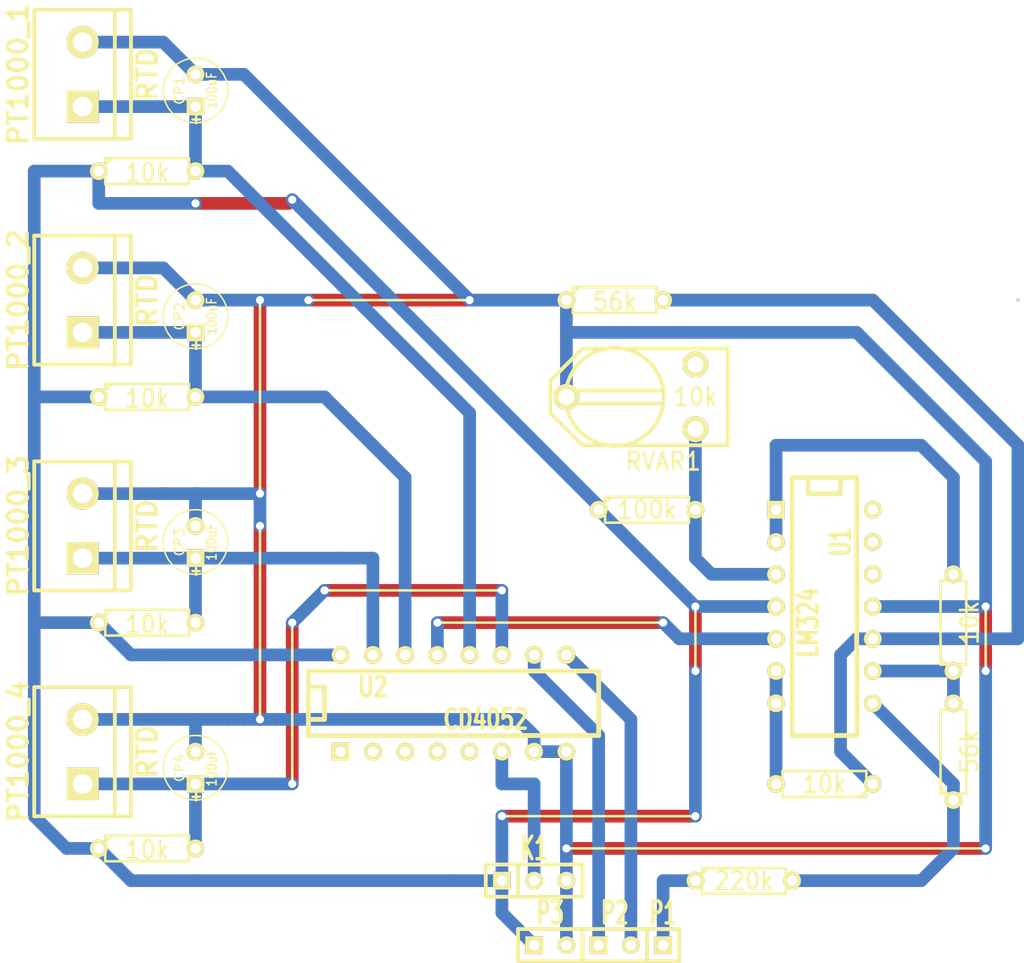
<source format=kicad_pcb>
(kicad_pcb (version 3) (host pcbnew "(2013-may-18)-stable")

  (general
    (links 51)
    (no_connects 0)
    (area 7.62 22.554267 97.790001 102.870001)
    (thickness 1.6)
    (drawings 17)
    (tracks 162)
    (zones 0)
    (modules 25)
    (nets 18)
  )

  (page A4 portrait)
  (layers
    (15 F.Cu signal)
    (0 B.Cu signal)
    (16 B.Adhes user)
    (17 F.Adhes user)
    (18 B.Paste user)
    (19 F.Paste user)
    (20 B.SilkS user)
    (21 F.SilkS user)
    (22 B.Mask user)
    (23 F.Mask user)
    (24 Dwgs.User user)
    (25 Cmts.User user)
    (26 Eco1.User user)
    (27 Eco2.User user)
  )

  (setup
    (last_trace_width 1)
    (trace_clearance 1)
    (zone_clearance 0.508)
    (zone_45_only no)
    (trace_min 0.254)
    (segment_width 0.2)
    (edge_width 0.15)
    (via_size 0.889)
    (via_drill 0.635)
    (via_min_size 0.889)
    (via_min_drill 0.508)
    (uvia_size 0.508)
    (uvia_drill 0.127)
    (uvias_allowed no)
    (uvia_min_size 0.508)
    (uvia_min_drill 0.127)
    (pcb_text_width 0.3)
    (pcb_text_size 1 1)
    (mod_edge_width 0.15)
    (mod_text_size 1 1)
    (mod_text_width 0.15)
    (pad_size 1.524 1.524)
    (pad_drill 1.016)
    (pad_to_mask_clearance 0)
    (aux_axis_origin 12.7 58.42)
    (visible_elements FFFFFFBF)
    (pcbplotparams
      (layerselection 1)
      (usegerberextensions false)
      (excludeedgelayer true)
      (linewidth 0.150000)
      (plotframeref false)
      (viasonmask false)
      (mode 0)
      (useauxorigin false)
      (hpglpennumber 1)
      (hpglpenspeed 20)
      (hpglpendiameter 15)
      (hpglpenoverlay 2)
      (psnegative false)
      (psa4output false)
      (plotreference true)
      (plotvalue true)
      (plotothertext true)
      (plotinvisibletext false)
      (padsonsilk false)
      (subtractmaskfromsilk false)
      (outputformat 2)
      (mirror true)
      (drillshape 2)
      (scaleselection 1)
      (outputdirectory .))
  )

  (net 0 "")
  (net 1 GND)
  (net 2 N-0000010)
  (net 3 N-0000011)
  (net 4 N-0000012)
  (net 5 N-0000013)
  (net 6 N-0000014)
  (net 7 N-0000015)
  (net 8 N-0000021)
  (net 9 N-0000022)
  (net 10 N-000003)
  (net 11 N-000004)
  (net 12 N-000005)
  (net 13 N-000006)
  (net 14 N-000007)
  (net 15 N-000008)
  (net 16 N-000009)
  (net 17 VCC)

  (net_class Default "This is the default net class."
    (clearance 1)
    (trace_width 1)
    (via_dia 0.889)
    (via_drill 0.635)
    (uvia_dia 0.508)
    (uvia_drill 0.127)
    (add_net "")
    (add_net GND)
    (add_net N-0000010)
    (add_net N-0000011)
    (add_net N-0000012)
    (add_net N-0000013)
    (add_net N-0000014)
    (add_net N-0000015)
    (add_net N-0000021)
    (add_net N-0000022)
    (add_net N-000003)
    (add_net N-000004)
    (add_net N-000005)
    (add_net N-000006)
    (add_net N-000007)
    (add_net N-000008)
    (add_net N-000009)
    (add_net VCC)
  )

  (module RV2X4 (layer F.Cu) (tedit 542E3783) (tstamp 542DC64C)
    (at 62.23 55.88 180)
    (descr "Resistance variable / Potentiometre")
    (tags R)
    (path /4C134982)
    (fp_text reference RVAR1 (at -2.54 -5.08 180) (layer F.SilkS)
      (effects (font (size 1.397 1.27) (thickness 0.2032)))
    )
    (fp_text value 10k (at -5.08 0 180) (layer F.SilkS)
      (effects (font (size 1.397 1.27) (thickness 0.2032)))
    )
    (fp_line (start -7.62 -3.81) (end 3.81 -3.81) (layer F.SilkS) (width 0.3048))
    (fp_line (start 3.81 -3.81) (end 6.35 -1.27) (layer F.SilkS) (width 0.3048))
    (fp_line (start 6.35 -1.27) (end 6.35 1.27) (layer F.SilkS) (width 0.3048))
    (fp_line (start 6.35 1.27) (end 3.81 3.81) (layer F.SilkS) (width 0.3048))
    (fp_line (start 3.81 3.81) (end -7.62 3.81) (layer F.SilkS) (width 0.3048))
    (fp_line (start -7.62 3.81) (end -7.62 -3.81) (layer F.SilkS) (width 0.3048))
    (fp_line (start 0.762 -3.81) (end 1.905 -3.81) (layer F.SilkS) (width 0.3048))
    (fp_line (start 1.651 3.81) (end 0.762 3.81) (layer F.SilkS) (width 0.3048))
    (fp_line (start -2.54 -0.508) (end 4.953 -0.508) (layer F.SilkS) (width 0.3048))
    (fp_line (start -2.54 0.508) (end 4.953 0.508) (layer F.SilkS) (width 0.3048))
    (fp_circle (center 1.27 0) (end -2.54 -0.635) (layer F.SilkS) (width 0.3048))
    (pad 1 thru_hole circle (at -5.08 -2.54 180) (size 2.032 2.032) (drill 1.27)
      (layers *.Cu *.Mask F.SilkS)
      (net 5 N-0000013)
    )
    (pad 2 thru_hole circle (at 5.08 0 180) (size 2.032 2.032) (drill 1.27)
      (layers *.Cu *.Mask F.SilkS)
      (net 1 GND)
    )
    (pad 3 thru_hole circle (at -5.08 2.54 180) (size 2.032 2.032) (drill 1.27)
      (layers *.Cu *.Mask F.SilkS)
    )
    (model discret/adjustable_rx2v4.wrl
      (at (xyz 0 0 0))
      (scale (xyz 1 1 1))
      (rotate (xyz 0 0 0))
    )
  )

  (module R3 (layer F.Cu) (tedit 542E931B) (tstamp 542DC65A)
    (at 87.63 73.66 90)
    (descr "Resitance 3 pas")
    (tags R)
    (path /4C036784)
    (autoplace_cost180 10)
    (fp_text reference R6 (at 0 0.127 90) (layer F.SilkS) hide
      (effects (font (size 1.397 1.27) (thickness 0.2032)))
    )
    (fp_text value 10k (at 0 1.27 90) (layer F.SilkS)
      (effects (font (size 1.397 1.27) (thickness 0.2032)))
    )
    (fp_line (start -3.81 0) (end -3.302 0) (layer F.SilkS) (width 0.2032))
    (fp_line (start 3.81 0) (end 3.302 0) (layer F.SilkS) (width 0.2032))
    (fp_line (start 3.302 0) (end 3.302 -1.016) (layer F.SilkS) (width 0.2032))
    (fp_line (start 3.302 -1.016) (end -3.302 -1.016) (layer F.SilkS) (width 0.2032))
    (fp_line (start -3.302 -1.016) (end -3.302 1.016) (layer F.SilkS) (width 0.2032))
    (fp_line (start -3.302 1.016) (end 3.302 1.016) (layer F.SilkS) (width 0.2032))
    (fp_line (start 3.302 1.016) (end 3.302 0) (layer F.SilkS) (width 0.2032))
    (fp_line (start -3.302 -0.508) (end -2.794 -1.016) (layer F.SilkS) (width 0.2032))
    (pad 1 thru_hole circle (at -3.81 0 90) (size 1.397 1.397) (drill 0.8128)
      (layers *.Cu *.Mask F.SilkS)
      (net 13 N-000006)
    )
    (pad 2 thru_hole circle (at 3.81 0 90) (size 1.397 1.397) (drill 0.8128)
      (layers *.Cu *.Mask F.SilkS)
      (net 12 N-000005)
    )
    (model discret/resistor.wrl
      (at (xyz 0 0 0))
      (scale (xyz 0.3 0.3 0.3))
      (rotate (xyz 0 0 0))
    )
  )

  (module R3 (layer F.Cu) (tedit 4E4C0E65) (tstamp 542DC668)
    (at 24.13 91.44)
    (descr "Resitance 3 pas")
    (tags R)
    (path /542D967C)
    (autoplace_cost180 10)
    (fp_text reference R4 (at 0 0.127) (layer F.SilkS) hide
      (effects (font (size 1.397 1.27) (thickness 0.2032)))
    )
    (fp_text value 10k (at 0 0.127) (layer F.SilkS)
      (effects (font (size 1.397 1.27) (thickness 0.2032)))
    )
    (fp_line (start -3.81 0) (end -3.302 0) (layer F.SilkS) (width 0.2032))
    (fp_line (start 3.81 0) (end 3.302 0) (layer F.SilkS) (width 0.2032))
    (fp_line (start 3.302 0) (end 3.302 -1.016) (layer F.SilkS) (width 0.2032))
    (fp_line (start 3.302 -1.016) (end -3.302 -1.016) (layer F.SilkS) (width 0.2032))
    (fp_line (start -3.302 -1.016) (end -3.302 1.016) (layer F.SilkS) (width 0.2032))
    (fp_line (start -3.302 1.016) (end 3.302 1.016) (layer F.SilkS) (width 0.2032))
    (fp_line (start 3.302 1.016) (end 3.302 0) (layer F.SilkS) (width 0.2032))
    (fp_line (start -3.302 -0.508) (end -2.794 -1.016) (layer F.SilkS) (width 0.2032))
    (pad 1 thru_hole circle (at -3.81 0) (size 1.397 1.397) (drill 0.8128)
      (layers *.Cu *.Mask F.SilkS)
      (net 17 VCC)
    )
    (pad 2 thru_hole circle (at 3.81 0) (size 1.397 1.397) (drill 0.8128)
      (layers *.Cu *.Mask F.SilkS)
      (net 11 N-000004)
    )
    (model discret/resistor.wrl
      (at (xyz 0 0 0))
      (scale (xyz 0.3 0.3 0.3))
      (rotate (xyz 0 0 0))
    )
  )

  (module R3 (layer F.Cu) (tedit 4E4C0E65) (tstamp 542DC676)
    (at 24.13 73.66)
    (descr "Resitance 3 pas")
    (tags R)
    (path /542D9653)
    (autoplace_cost180 10)
    (fp_text reference R3 (at 0 0.127) (layer F.SilkS) hide
      (effects (font (size 1.397 1.27) (thickness 0.2032)))
    )
    (fp_text value 10k (at 0 0.127) (layer F.SilkS)
      (effects (font (size 1.397 1.27) (thickness 0.2032)))
    )
    (fp_line (start -3.81 0) (end -3.302 0) (layer F.SilkS) (width 0.2032))
    (fp_line (start 3.81 0) (end 3.302 0) (layer F.SilkS) (width 0.2032))
    (fp_line (start 3.302 0) (end 3.302 -1.016) (layer F.SilkS) (width 0.2032))
    (fp_line (start 3.302 -1.016) (end -3.302 -1.016) (layer F.SilkS) (width 0.2032))
    (fp_line (start -3.302 -1.016) (end -3.302 1.016) (layer F.SilkS) (width 0.2032))
    (fp_line (start -3.302 1.016) (end 3.302 1.016) (layer F.SilkS) (width 0.2032))
    (fp_line (start 3.302 1.016) (end 3.302 0) (layer F.SilkS) (width 0.2032))
    (fp_line (start -3.302 -0.508) (end -2.794 -1.016) (layer F.SilkS) (width 0.2032))
    (pad 1 thru_hole circle (at -3.81 0) (size 1.397 1.397) (drill 0.8128)
      (layers *.Cu *.Mask F.SilkS)
      (net 17 VCC)
    )
    (pad 2 thru_hole circle (at 3.81 0) (size 1.397 1.397) (drill 0.8128)
      (layers *.Cu *.Mask F.SilkS)
      (net 15 N-000008)
    )
    (model discret/resistor.wrl
      (at (xyz 0 0 0))
      (scale (xyz 0.3 0.3 0.3))
      (rotate (xyz 0 0 0))
    )
  )

  (module R3 (layer F.Cu) (tedit 4E4C0E65) (tstamp 542DC684)
    (at 24.13 55.88)
    (descr "Resitance 3 pas")
    (tags R)
    (path /542D962A)
    (autoplace_cost180 10)
    (fp_text reference R2 (at 0 0.127) (layer F.SilkS) hide
      (effects (font (size 1.397 1.27) (thickness 0.2032)))
    )
    (fp_text value 10k (at 0 0.127) (layer F.SilkS)
      (effects (font (size 1.397 1.27) (thickness 0.2032)))
    )
    (fp_line (start -3.81 0) (end -3.302 0) (layer F.SilkS) (width 0.2032))
    (fp_line (start 3.81 0) (end 3.302 0) (layer F.SilkS) (width 0.2032))
    (fp_line (start 3.302 0) (end 3.302 -1.016) (layer F.SilkS) (width 0.2032))
    (fp_line (start 3.302 -1.016) (end -3.302 -1.016) (layer F.SilkS) (width 0.2032))
    (fp_line (start -3.302 -1.016) (end -3.302 1.016) (layer F.SilkS) (width 0.2032))
    (fp_line (start -3.302 1.016) (end 3.302 1.016) (layer F.SilkS) (width 0.2032))
    (fp_line (start 3.302 1.016) (end 3.302 0) (layer F.SilkS) (width 0.2032))
    (fp_line (start -3.302 -0.508) (end -2.794 -1.016) (layer F.SilkS) (width 0.2032))
    (pad 1 thru_hole circle (at -3.81 0) (size 1.397 1.397) (drill 0.8128)
      (layers *.Cu *.Mask F.SilkS)
      (net 17 VCC)
    )
    (pad 2 thru_hole circle (at 3.81 0) (size 1.397 1.397) (drill 0.8128)
      (layers *.Cu *.Mask F.SilkS)
      (net 9 N-0000022)
    )
    (model discret/resistor.wrl
      (at (xyz 0 0 0))
      (scale (xyz 0.3 0.3 0.3))
      (rotate (xyz 0 0 0))
    )
  )

  (module R3 (layer F.Cu) (tedit 542E35E7) (tstamp 542DC692)
    (at 63.5 64.77)
    (descr "Resitance 3 pas")
    (tags R)
    (path /4C036742)
    (autoplace_cost180 10)
    (fp_text reference R5 (at 0 0.127) (layer F.SilkS) hide
      (effects (font (size 1.397 1.27) (thickness 0.2032)))
    )
    (fp_text value 100k (at 0 0) (layer F.SilkS)
      (effects (font (size 1.397 1.27) (thickness 0.2032)))
    )
    (fp_line (start -3.81 0) (end -3.302 0) (layer F.SilkS) (width 0.2032))
    (fp_line (start 3.81 0) (end 3.302 0) (layer F.SilkS) (width 0.2032))
    (fp_line (start 3.302 0) (end 3.302 -1.016) (layer F.SilkS) (width 0.2032))
    (fp_line (start 3.302 -1.016) (end -3.302 -1.016) (layer F.SilkS) (width 0.2032))
    (fp_line (start -3.302 -1.016) (end -3.302 1.016) (layer F.SilkS) (width 0.2032))
    (fp_line (start -3.302 1.016) (end 3.302 1.016) (layer F.SilkS) (width 0.2032))
    (fp_line (start 3.302 1.016) (end 3.302 0) (layer F.SilkS) (width 0.2032))
    (fp_line (start -3.302 -0.508) (end -2.794 -1.016) (layer F.SilkS) (width 0.2032))
    (pad 1 thru_hole circle (at -3.81 0) (size 1.397 1.397) (drill 0.8128)
      (layers *.Cu *.Mask F.SilkS)
      (net 17 VCC)
    )
    (pad 2 thru_hole circle (at 3.81 0) (size 1.397 1.397) (drill 0.8128)
      (layers *.Cu *.Mask F.SilkS)
      (net 5 N-0000013)
    )
    (model discret/resistor.wrl
      (at (xyz 0 0 0))
      (scale (xyz 0.3 0.3 0.3))
      (rotate (xyz 0 0 0))
    )
  )

  (module R3 (layer F.Cu) (tedit 542E9315) (tstamp 542DC6A0)
    (at 87.63 83.82 90)
    (descr "Resitance 3 pas")
    (tags R)
    (path /4C03688D)
    (autoplace_cost180 10)
    (fp_text reference R8 (at 0 0.127 90) (layer F.SilkS) hide
      (effects (font (size 1.397 1.27) (thickness 0.2032)))
    )
    (fp_text value 56k (at 0 1.27 90) (layer F.SilkS)
      (effects (font (size 1.397 1.27) (thickness 0.2032)))
    )
    (fp_line (start -3.81 0) (end -3.302 0) (layer F.SilkS) (width 0.2032))
    (fp_line (start 3.81 0) (end 3.302 0) (layer F.SilkS) (width 0.2032))
    (fp_line (start 3.302 0) (end 3.302 -1.016) (layer F.SilkS) (width 0.2032))
    (fp_line (start 3.302 -1.016) (end -3.302 -1.016) (layer F.SilkS) (width 0.2032))
    (fp_line (start -3.302 -1.016) (end -3.302 1.016) (layer F.SilkS) (width 0.2032))
    (fp_line (start -3.302 1.016) (end 3.302 1.016) (layer F.SilkS) (width 0.2032))
    (fp_line (start 3.302 1.016) (end 3.302 0) (layer F.SilkS) (width 0.2032))
    (fp_line (start -3.302 -0.508) (end -2.794 -1.016) (layer F.SilkS) (width 0.2032))
    (pad 1 thru_hole circle (at -3.81 0 90) (size 1.397 1.397) (drill 0.8128)
      (layers *.Cu *.Mask F.SilkS)
      (net 6 N-0000014)
    )
    (pad 2 thru_hole circle (at 3.81 0 90) (size 1.397 1.397) (drill 0.8128)
      (layers *.Cu *.Mask F.SilkS)
      (net 13 N-000006)
    )
    (model discret/resistor.wrl
      (at (xyz 0 0 0))
      (scale (xyz 0.3 0.3 0.3))
      (rotate (xyz 0 0 0))
    )
  )

  (module R3 (layer F.Cu) (tedit 4E4C0E65) (tstamp 542DC6AE)
    (at 60.96 48.26)
    (descr "Resitance 3 pas")
    (tags R)
    (path /4C0368B2)
    (autoplace_cost180 10)
    (fp_text reference R9 (at 0 0.127) (layer F.SilkS) hide
      (effects (font (size 1.397 1.27) (thickness 0.2032)))
    )
    (fp_text value 56k (at 0 0.127) (layer F.SilkS)
      (effects (font (size 1.397 1.27) (thickness 0.2032)))
    )
    (fp_line (start -3.81 0) (end -3.302 0) (layer F.SilkS) (width 0.2032))
    (fp_line (start 3.81 0) (end 3.302 0) (layer F.SilkS) (width 0.2032))
    (fp_line (start 3.302 0) (end 3.302 -1.016) (layer F.SilkS) (width 0.2032))
    (fp_line (start 3.302 -1.016) (end -3.302 -1.016) (layer F.SilkS) (width 0.2032))
    (fp_line (start -3.302 -1.016) (end -3.302 1.016) (layer F.SilkS) (width 0.2032))
    (fp_line (start -3.302 1.016) (end 3.302 1.016) (layer F.SilkS) (width 0.2032))
    (fp_line (start 3.302 1.016) (end 3.302 0) (layer F.SilkS) (width 0.2032))
    (fp_line (start -3.302 -0.508) (end -2.794 -1.016) (layer F.SilkS) (width 0.2032))
    (pad 1 thru_hole circle (at -3.81 0) (size 1.397 1.397) (drill 0.8128)
      (layers *.Cu *.Mask F.SilkS)
      (net 1 GND)
    )
    (pad 2 thru_hole circle (at 3.81 0) (size 1.397 1.397) (drill 0.8128)
      (layers *.Cu *.Mask F.SilkS)
      (net 8 N-0000021)
    )
    (model discret/resistor.wrl
      (at (xyz 0 0 0))
      (scale (xyz 0.3 0.3 0.3))
      (rotate (xyz 0 0 0))
    )
  )

  (module R3 (layer F.Cu) (tedit 542E9362) (tstamp 542DC6BC)
    (at 77.47 86.36 180)
    (descr "Resitance 3 pas")
    (tags R)
    (path /4C03693E)
    (autoplace_cost180 10)
    (fp_text reference R7 (at 0 0.127 180) (layer F.SilkS) hide
      (effects (font (size 1.397 1.27) (thickness 0.2032)))
    )
    (fp_text value 10k (at 0 0 180) (layer F.SilkS)
      (effects (font (size 1.397 1.27) (thickness 0.2032)))
    )
    (fp_line (start -3.81 0) (end -3.302 0) (layer F.SilkS) (width 0.2032))
    (fp_line (start 3.81 0) (end 3.302 0) (layer F.SilkS) (width 0.2032))
    (fp_line (start 3.302 0) (end 3.302 -1.016) (layer F.SilkS) (width 0.2032))
    (fp_line (start 3.302 -1.016) (end -3.302 -1.016) (layer F.SilkS) (width 0.2032))
    (fp_line (start -3.302 -1.016) (end -3.302 1.016) (layer F.SilkS) (width 0.2032))
    (fp_line (start -3.302 1.016) (end 3.302 1.016) (layer F.SilkS) (width 0.2032))
    (fp_line (start 3.302 1.016) (end 3.302 0) (layer F.SilkS) (width 0.2032))
    (fp_line (start -3.302 -0.508) (end -2.794 -1.016) (layer F.SilkS) (width 0.2032))
    (pad 1 thru_hole circle (at -3.81 0 180) (size 1.397 1.397) (drill 0.8128)
      (layers *.Cu *.Mask F.SilkS)
      (net 8 N-0000021)
    )
    (pad 2 thru_hole circle (at 3.81 0 180) (size 1.397 1.397) (drill 0.8128)
      (layers *.Cu *.Mask F.SilkS)
      (net 14 N-000007)
    )
    (model discret/resistor.wrl
      (at (xyz 0 0 0))
      (scale (xyz 0.3 0.3 0.3))
      (rotate (xyz 0 0 0))
    )
  )

  (module R3 (layer F.Cu) (tedit 542EAEDA) (tstamp 542DC6CA)
    (at 71.12 93.98)
    (descr "Resitance 3 pas")
    (tags R)
    (path /4C1348E2)
    (autoplace_cost180 10)
    (fp_text reference R10 (at 0 0.127) (layer F.SilkS) hide
      (effects (font (size 1.397 1.27) (thickness 0.2032)))
    )
    (fp_text value 220k (at 0 0) (layer F.SilkS)
      (effects (font (size 1.397 1.27) (thickness 0.2032)))
    )
    (fp_line (start -3.81 0) (end -3.302 0) (layer F.SilkS) (width 0.2032))
    (fp_line (start 3.81 0) (end 3.302 0) (layer F.SilkS) (width 0.2032))
    (fp_line (start 3.302 0) (end 3.302 -1.016) (layer F.SilkS) (width 0.2032))
    (fp_line (start 3.302 -1.016) (end -3.302 -1.016) (layer F.SilkS) (width 0.2032))
    (fp_line (start -3.302 -1.016) (end -3.302 1.016) (layer F.SilkS) (width 0.2032))
    (fp_line (start -3.302 1.016) (end 3.302 1.016) (layer F.SilkS) (width 0.2032))
    (fp_line (start 3.302 1.016) (end 3.302 0) (layer F.SilkS) (width 0.2032))
    (fp_line (start -3.302 -0.508) (end -2.794 -1.016) (layer F.SilkS) (width 0.2032))
    (pad 1 thru_hole circle (at -3.81 0) (size 1.397 1.397) (drill 0.8128)
      (layers *.Cu *.Mask F.SilkS)
      (net 4 N-0000012)
    )
    (pad 2 thru_hole circle (at 3.81 0) (size 1.397 1.397) (drill 0.8128)
      (layers *.Cu *.Mask F.SilkS)
      (net 6 N-0000014)
    )
    (model discret/resistor.wrl
      (at (xyz 0 0 0))
      (scale (xyz 0.3 0.3 0.3))
      (rotate (xyz 0 0 0))
    )
  )

  (module R3 (layer F.Cu) (tedit 4E4C0E65) (tstamp 542DC6D8)
    (at 24.13 38.1)
    (descr "Resitance 3 pas")
    (tags R)
    (path /4C037314)
    (autoplace_cost180 10)
    (fp_text reference R1 (at 0 0.127) (layer F.SilkS) hide
      (effects (font (size 1.397 1.27) (thickness 0.2032)))
    )
    (fp_text value 10k (at 0 0.127) (layer F.SilkS)
      (effects (font (size 1.397 1.27) (thickness 0.2032)))
    )
    (fp_line (start -3.81 0) (end -3.302 0) (layer F.SilkS) (width 0.2032))
    (fp_line (start 3.81 0) (end 3.302 0) (layer F.SilkS) (width 0.2032))
    (fp_line (start 3.302 0) (end 3.302 -1.016) (layer F.SilkS) (width 0.2032))
    (fp_line (start 3.302 -1.016) (end -3.302 -1.016) (layer F.SilkS) (width 0.2032))
    (fp_line (start -3.302 -1.016) (end -3.302 1.016) (layer F.SilkS) (width 0.2032))
    (fp_line (start -3.302 1.016) (end 3.302 1.016) (layer F.SilkS) (width 0.2032))
    (fp_line (start 3.302 1.016) (end 3.302 0) (layer F.SilkS) (width 0.2032))
    (fp_line (start -3.302 -0.508) (end -2.794 -1.016) (layer F.SilkS) (width 0.2032))
    (pad 1 thru_hole circle (at -3.81 0) (size 1.397 1.397) (drill 0.8128)
      (layers *.Cu *.Mask F.SilkS)
      (net 17 VCC)
    )
    (pad 2 thru_hole circle (at 3.81 0) (size 1.397 1.397) (drill 0.8128)
      (layers *.Cu *.Mask F.SilkS)
      (net 7 N-0000015)
    )
    (model discret/resistor.wrl
      (at (xyz 0 0 0))
      (scale (xyz 0.3 0.3 0.3))
      (rotate (xyz 0 0 0))
    )
  )

  (module DIP-16__300 (layer F.Cu) (tedit 200000) (tstamp 542DC6F4)
    (at 48.26 80.01)
    (descr "16 pins DIL package, round pads")
    (tags DIL)
    (path /4C036E4D)
    (fp_text reference U2 (at -6.35 -1.27) (layer F.SilkS)
      (effects (font (size 1.524 1.143) (thickness 0.3048)))
    )
    (fp_text value CD4052 (at 2.54 1.27) (layer F.SilkS)
      (effects (font (size 1.524 1.143) (thickness 0.3048)))
    )
    (fp_line (start -11.43 -1.27) (end -11.43 -1.27) (layer F.SilkS) (width 0.381))
    (fp_line (start -11.43 -1.27) (end -10.16 -1.27) (layer F.SilkS) (width 0.381))
    (fp_line (start -10.16 -1.27) (end -10.16 1.27) (layer F.SilkS) (width 0.381))
    (fp_line (start -10.16 1.27) (end -11.43 1.27) (layer F.SilkS) (width 0.381))
    (fp_line (start -11.43 -2.54) (end 11.43 -2.54) (layer F.SilkS) (width 0.381))
    (fp_line (start 11.43 -2.54) (end 11.43 2.54) (layer F.SilkS) (width 0.381))
    (fp_line (start 11.43 2.54) (end -11.43 2.54) (layer F.SilkS) (width 0.381))
    (fp_line (start -11.43 2.54) (end -11.43 -2.54) (layer F.SilkS) (width 0.381))
    (pad 1 thru_hole rect (at -8.89 3.81) (size 1.397 1.397) (drill 0.8128)
      (layers *.Cu *.Mask F.SilkS)
    )
    (pad 2 thru_hole circle (at -6.35 3.81) (size 1.397 1.397) (drill 0.8128)
      (layers *.Cu *.Mask F.SilkS)
    )
    (pad 3 thru_hole circle (at -3.81 3.81) (size 1.397 1.397) (drill 0.8128)
      (layers *.Cu *.Mask F.SilkS)
    )
    (pad 4 thru_hole circle (at -1.27 3.81) (size 1.397 1.397) (drill 0.8128)
      (layers *.Cu *.Mask F.SilkS)
    )
    (pad 5 thru_hole circle (at 1.27 3.81) (size 1.397 1.397) (drill 0.8128)
      (layers *.Cu *.Mask F.SilkS)
    )
    (pad 6 thru_hole circle (at 3.81 3.81) (size 1.397 1.397) (drill 0.8128)
      (layers *.Cu *.Mask F.SilkS)
      (net 3 N-0000011)
    )
    (pad 7 thru_hole circle (at 6.35 3.81) (size 1.397 1.397) (drill 0.8128)
      (layers *.Cu *.Mask F.SilkS)
      (net 1 GND)
    )
    (pad 8 thru_hole circle (at 8.89 3.81) (size 1.397 1.397) (drill 0.8128)
      (layers *.Cu *.Mask F.SilkS)
      (net 1 GND)
    )
    (pad 9 thru_hole circle (at 8.89 -3.81) (size 1.397 1.397) (drill 0.8128)
      (layers *.Cu *.Mask F.SilkS)
      (net 2 N-0000010)
    )
    (pad 10 thru_hole circle (at 6.35 -3.81) (size 1.397 1.397) (drill 0.8128)
      (layers *.Cu *.Mask F.SilkS)
      (net 16 N-000009)
    )
    (pad 11 thru_hole circle (at 3.81 -3.81) (size 1.397 1.397) (drill 0.8128)
      (layers *.Cu *.Mask F.SilkS)
      (net 11 N-000004)
    )
    (pad 12 thru_hole circle (at 1.27 -3.81) (size 1.397 1.397) (drill 0.8128)
      (layers *.Cu *.Mask F.SilkS)
      (net 7 N-0000015)
    )
    (pad 13 thru_hole circle (at -1.27 -3.81) (size 1.397 1.397) (drill 0.8128)
      (layers *.Cu *.Mask F.SilkS)
      (net 10 N-000003)
    )
    (pad 14 thru_hole circle (at -3.81 -3.81) (size 1.397 1.397) (drill 0.8128)
      (layers *.Cu *.Mask F.SilkS)
      (net 9 N-0000022)
    )
    (pad 15 thru_hole circle (at -6.35 -3.81) (size 1.397 1.397) (drill 0.8128)
      (layers *.Cu *.Mask F.SilkS)
      (net 15 N-000008)
    )
    (pad 16 thru_hole circle (at -8.89 -3.81) (size 1.397 1.397) (drill 0.8128)
      (layers *.Cu *.Mask F.SilkS)
      (net 17 VCC)
    )
    (model dil/dil_16.wrl
      (at (xyz 0 0 0))
      (scale (xyz 1 1 1))
      (rotate (xyz 0 0 0))
    )
  )

  (module DIP-14__300 (layer F.Cu) (tedit 200000) (tstamp 542DC70D)
    (at 77.47 72.39 270)
    (descr "14 pins DIL package, round pads")
    (tags DIL)
    (path /4C03695F)
    (fp_text reference U1 (at -5.08 -1.27 270) (layer F.SilkS)
      (effects (font (size 1.524 1.143) (thickness 0.3048)))
    )
    (fp_text value LM324 (at 1.27 1.27 270) (layer F.SilkS)
      (effects (font (size 1.524 1.143) (thickness 0.3048)))
    )
    (fp_line (start -10.16 -2.54) (end 10.16 -2.54) (layer F.SilkS) (width 0.381))
    (fp_line (start 10.16 2.54) (end -10.16 2.54) (layer F.SilkS) (width 0.381))
    (fp_line (start -10.16 2.54) (end -10.16 -2.54) (layer F.SilkS) (width 0.381))
    (fp_line (start -10.16 -1.27) (end -8.89 -1.27) (layer F.SilkS) (width 0.381))
    (fp_line (start -8.89 -1.27) (end -8.89 1.27) (layer F.SilkS) (width 0.381))
    (fp_line (start -8.89 1.27) (end -10.16 1.27) (layer F.SilkS) (width 0.381))
    (fp_line (start 10.16 -2.54) (end 10.16 2.54) (layer F.SilkS) (width 0.381))
    (pad 1 thru_hole rect (at -7.62 3.81 270) (size 1.397 1.397) (drill 0.8128)
      (layers *.Cu *.Mask F.SilkS)
      (net 12 N-000005)
    )
    (pad 2 thru_hole circle (at -5.08 3.81 270) (size 1.397 1.397) (drill 0.8128)
      (layers *.Cu *.Mask F.SilkS)
      (net 12 N-000005)
    )
    (pad 3 thru_hole circle (at -2.54 3.81 270) (size 1.397 1.397) (drill 0.8128)
      (layers *.Cu *.Mask F.SilkS)
      (net 5 N-0000013)
    )
    (pad 4 thru_hole circle (at 0 3.81 270) (size 1.397 1.397) (drill 0.8128)
      (layers *.Cu *.Mask F.SilkS)
      (net 17 VCC)
    )
    (pad 5 thru_hole circle (at 2.54 3.81 270) (size 1.397 1.397) (drill 0.8128)
      (layers *.Cu *.Mask F.SilkS)
      (net 10 N-000003)
    )
    (pad 6 thru_hole circle (at 5.08 3.81 270) (size 1.397 1.397) (drill 0.8128)
      (layers *.Cu *.Mask F.SilkS)
      (net 14 N-000007)
    )
    (pad 7 thru_hole circle (at 7.62 3.81 270) (size 1.397 1.397) (drill 0.8128)
      (layers *.Cu *.Mask F.SilkS)
      (net 14 N-000007)
    )
    (pad 8 thru_hole circle (at 7.62 -3.81 270) (size 1.397 1.397) (drill 0.8128)
      (layers *.Cu *.Mask F.SilkS)
      (net 6 N-0000014)
    )
    (pad 9 thru_hole circle (at 5.08 -3.81 270) (size 1.397 1.397) (drill 0.8128)
      (layers *.Cu *.Mask F.SilkS)
      (net 13 N-000006)
    )
    (pad 10 thru_hole circle (at 2.54 -3.81 270) (size 1.397 1.397) (drill 0.8128)
      (layers *.Cu *.Mask F.SilkS)
      (net 8 N-0000021)
    )
    (pad 11 thru_hole circle (at 0 -3.81 270) (size 1.397 1.397) (drill 0.8128)
      (layers *.Cu *.Mask F.SilkS)
      (net 1 GND)
    )
    (pad 12 thru_hole circle (at -2.54 -3.81 270) (size 1.397 1.397) (drill 0.8128)
      (layers *.Cu *.Mask F.SilkS)
    )
    (pad 13 thru_hole circle (at -5.08 -3.81 270) (size 1.397 1.397) (drill 0.8128)
      (layers *.Cu *.Mask F.SilkS)
    )
    (pad 14 thru_hole circle (at -7.62 -3.81 270) (size 1.397 1.397) (drill 0.8128)
      (layers *.Cu *.Mask F.SilkS)
    )
    (model dil/dil_14.wrl
      (at (xyz 0 0 0))
      (scale (xyz 1 1 1))
      (rotate (xyz 0 0 0))
    )
  )

  (module C1V5 (layer F.Cu) (tedit 3E070CF4) (tstamp 542DC715)
    (at 27.94 49.53 90)
    (descr "Condensateur e = 1 pas")
    (tags C)
    (path /542D9612)
    (fp_text reference CP2 (at 0 -1.26746 90) (layer F.SilkS)
      (effects (font (size 0.762 0.762) (thickness 0.127)))
    )
    (fp_text value 100uF (at 0 1.27 90) (layer F.SilkS)
      (effects (font (size 0.762 0.635) (thickness 0.127)))
    )
    (fp_text user + (at -2.286 0 90) (layer F.SilkS)
      (effects (font (size 0.762 0.762) (thickness 0.2032)))
    )
    (fp_circle (center 0 0) (end 0.127 -2.54) (layer F.SilkS) (width 0.127))
    (pad 1 thru_hole rect (at -1.27 0 90) (size 1.397 1.397) (drill 0.8128)
      (layers *.Cu *.Mask F.SilkS)
      (net 9 N-0000022)
    )
    (pad 2 thru_hole circle (at 1.27 0 90) (size 1.397 1.397) (drill 0.8128)
      (layers *.Cu *.Mask F.SilkS)
      (net 1 GND)
    )
    (model discret/c_vert_c1v5.wrl
      (at (xyz 0 0 0))
      (scale (xyz 1 1 1))
      (rotate (xyz 0 0 0))
    )
  )

  (module C1V5 (layer F.Cu) (tedit 3E070CF4) (tstamp 542DC71D)
    (at 27.94 67.31 90)
    (descr "Condensateur e = 1 pas")
    (tags C)
    (path /542D963B)
    (fp_text reference CP3 (at 0 -1.26746 90) (layer F.SilkS)
      (effects (font (size 0.762 0.762) (thickness 0.127)))
    )
    (fp_text value 100uF (at 0 1.27 90) (layer F.SilkS)
      (effects (font (size 0.762 0.635) (thickness 0.127)))
    )
    (fp_text user + (at -2.286 0 90) (layer F.SilkS)
      (effects (font (size 0.762 0.762) (thickness 0.2032)))
    )
    (fp_circle (center 0 0) (end 0.127 -2.54) (layer F.SilkS) (width 0.127))
    (pad 1 thru_hole rect (at -1.27 0 90) (size 1.397 1.397) (drill 0.8128)
      (layers *.Cu *.Mask F.SilkS)
      (net 15 N-000008)
    )
    (pad 2 thru_hole circle (at 1.27 0 90) (size 1.397 1.397) (drill 0.8128)
      (layers *.Cu *.Mask F.SilkS)
      (net 1 GND)
    )
    (model discret/c_vert_c1v5.wrl
      (at (xyz 0 0 0))
      (scale (xyz 1 1 1))
      (rotate (xyz 0 0 0))
    )
  )

  (module C1V5 (layer F.Cu) (tedit 3E070CF4) (tstamp 542DC725)
    (at 27.94 85.09 90)
    (descr "Condensateur e = 1 pas")
    (tags C)
    (path /542D9664)
    (fp_text reference CP4 (at 0 -1.26746 90) (layer F.SilkS)
      (effects (font (size 0.762 0.762) (thickness 0.127)))
    )
    (fp_text value 100uF (at 0 1.27 90) (layer F.SilkS)
      (effects (font (size 0.762 0.635) (thickness 0.127)))
    )
    (fp_text user + (at -2.286 0 90) (layer F.SilkS)
      (effects (font (size 0.762 0.762) (thickness 0.2032)))
    )
    (fp_circle (center 0 0) (end 0.127 -2.54) (layer F.SilkS) (width 0.127))
    (pad 1 thru_hole rect (at -1.27 0 90) (size 1.397 1.397) (drill 0.8128)
      (layers *.Cu *.Mask F.SilkS)
      (net 11 N-000004)
    )
    (pad 2 thru_hole circle (at 1.27 0 90) (size 1.397 1.397) (drill 0.8128)
      (layers *.Cu *.Mask F.SilkS)
      (net 1 GND)
    )
    (model discret/c_vert_c1v5.wrl
      (at (xyz 0 0 0))
      (scale (xyz 1 1 1))
      (rotate (xyz 0 0 0))
    )
  )

  (module C1V5 (layer F.Cu) (tedit 3E070CF4) (tstamp 542DC72D)
    (at 27.94 31.75 90)
    (descr "Condensateur e = 1 pas")
    (tags C)
    (path /4C037318)
    (fp_text reference CP1 (at 0 -1.26746 90) (layer F.SilkS)
      (effects (font (size 0.762 0.762) (thickness 0.127)))
    )
    (fp_text value 100uF (at 0 1.27 90) (layer F.SilkS)
      (effects (font (size 0.762 0.635) (thickness 0.127)))
    )
    (fp_text user + (at -2.286 0 90) (layer F.SilkS)
      (effects (font (size 0.762 0.762) (thickness 0.2032)))
    )
    (fp_circle (center 0 0) (end 0.127 -2.54) (layer F.SilkS) (width 0.127))
    (pad 1 thru_hole rect (at -1.27 0 90) (size 1.397 1.397) (drill 0.8128)
      (layers *.Cu *.Mask F.SilkS)
      (net 7 N-0000015)
    )
    (pad 2 thru_hole circle (at 1.27 0 90) (size 1.397 1.397) (drill 0.8128)
      (layers *.Cu *.Mask F.SilkS)
      (net 1 GND)
    )
    (model discret/c_vert_c1v5.wrl
      (at (xyz 0 0 0))
      (scale (xyz 1 1 1))
      (rotate (xyz 0 0 0))
    )
  )

  (module bornier2 (layer F.Cu) (tedit 3EC0ED69) (tstamp 542DC75A)
    (at 19.05 83.82 90)
    (descr "Bornier d'alimentation 2 pins")
    (tags DEV)
    (path /542D9676)
    (fp_text reference PT1000_4 (at 0 -5.08 90) (layer F.SilkS)
      (effects (font (size 1.524 1.524) (thickness 0.3048)))
    )
    (fp_text value RTD (at 0 5.08 90) (layer F.SilkS)
      (effects (font (size 1.524 1.524) (thickness 0.3048)))
    )
    (fp_line (start 5.08 2.54) (end -5.08 2.54) (layer F.SilkS) (width 0.3048))
    (fp_line (start 5.08 3.81) (end 5.08 -3.81) (layer F.SilkS) (width 0.3048))
    (fp_line (start 5.08 -3.81) (end -5.08 -3.81) (layer F.SilkS) (width 0.3048))
    (fp_line (start -5.08 -3.81) (end -5.08 3.81) (layer F.SilkS) (width 0.3048))
    (fp_line (start -5.08 3.81) (end 5.08 3.81) (layer F.SilkS) (width 0.3048))
    (pad 1 thru_hole rect (at -2.54 0 90) (size 2.54 2.54) (drill 1.524)
      (layers *.Cu *.Mask F.SilkS)
      (net 11 N-000004)
    )
    (pad 2 thru_hole circle (at 2.54 0 90) (size 2.54 2.54) (drill 1.524)
      (layers *.Cu *.Mask F.SilkS)
      (net 1 GND)
    )
    (model device/bornier_2.wrl
      (at (xyz 0 0 0))
      (scale (xyz 1 1 1))
      (rotate (xyz 0 0 0))
    )
  )

  (module bornier2 (layer F.Cu) (tedit 3EC0ED69) (tstamp 542DC765)
    (at 19.05 66.04 90)
    (descr "Bornier d'alimentation 2 pins")
    (tags DEV)
    (path /542D964D)
    (fp_text reference PT1000_3 (at 0 -5.08 90) (layer F.SilkS)
      (effects (font (size 1.524 1.524) (thickness 0.3048)))
    )
    (fp_text value RTD (at 0 5.08 90) (layer F.SilkS)
      (effects (font (size 1.524 1.524) (thickness 0.3048)))
    )
    (fp_line (start 5.08 2.54) (end -5.08 2.54) (layer F.SilkS) (width 0.3048))
    (fp_line (start 5.08 3.81) (end 5.08 -3.81) (layer F.SilkS) (width 0.3048))
    (fp_line (start 5.08 -3.81) (end -5.08 -3.81) (layer F.SilkS) (width 0.3048))
    (fp_line (start -5.08 -3.81) (end -5.08 3.81) (layer F.SilkS) (width 0.3048))
    (fp_line (start -5.08 3.81) (end 5.08 3.81) (layer F.SilkS) (width 0.3048))
    (pad 1 thru_hole rect (at -2.54 0 90) (size 2.54 2.54) (drill 1.524)
      (layers *.Cu *.Mask F.SilkS)
      (net 15 N-000008)
    )
    (pad 2 thru_hole circle (at 2.54 0 90) (size 2.54 2.54) (drill 1.524)
      (layers *.Cu *.Mask F.SilkS)
      (net 1 GND)
    )
    (model device/bornier_2.wrl
      (at (xyz 0 0 0))
      (scale (xyz 1 1 1))
      (rotate (xyz 0 0 0))
    )
  )

  (module bornier2 (layer F.Cu) (tedit 3EC0ED69) (tstamp 542DC770)
    (at 19.05 48.26 90)
    (descr "Bornier d'alimentation 2 pins")
    (tags DEV)
    (path /542D9624)
    (fp_text reference PT1000_2 (at 0 -5.08 90) (layer F.SilkS)
      (effects (font (size 1.524 1.524) (thickness 0.3048)))
    )
    (fp_text value RTD (at 0 5.08 90) (layer F.SilkS)
      (effects (font (size 1.524 1.524) (thickness 0.3048)))
    )
    (fp_line (start 5.08 2.54) (end -5.08 2.54) (layer F.SilkS) (width 0.3048))
    (fp_line (start 5.08 3.81) (end 5.08 -3.81) (layer F.SilkS) (width 0.3048))
    (fp_line (start 5.08 -3.81) (end -5.08 -3.81) (layer F.SilkS) (width 0.3048))
    (fp_line (start -5.08 -3.81) (end -5.08 3.81) (layer F.SilkS) (width 0.3048))
    (fp_line (start -5.08 3.81) (end 5.08 3.81) (layer F.SilkS) (width 0.3048))
    (pad 1 thru_hole rect (at -2.54 0 90) (size 2.54 2.54) (drill 1.524)
      (layers *.Cu *.Mask F.SilkS)
      (net 9 N-0000022)
    )
    (pad 2 thru_hole circle (at 2.54 0 90) (size 2.54 2.54) (drill 1.524)
      (layers *.Cu *.Mask F.SilkS)
      (net 1 GND)
    )
    (model device/bornier_2.wrl
      (at (xyz 0 0 0))
      (scale (xyz 1 1 1))
      (rotate (xyz 0 0 0))
    )
  )

  (module bornier2 (layer F.Cu) (tedit 3EC0ED69) (tstamp 542DC77B)
    (at 19.05 30.48 90)
    (descr "Bornier d'alimentation 2 pins")
    (tags DEV)
    (path /4C037315)
    (fp_text reference PT1000_1 (at 0 -5.08 90) (layer F.SilkS)
      (effects (font (size 1.524 1.524) (thickness 0.3048)))
    )
    (fp_text value RTD (at 0 5.08 90) (layer F.SilkS)
      (effects (font (size 1.524 1.524) (thickness 0.3048)))
    )
    (fp_line (start 5.08 2.54) (end -5.08 2.54) (layer F.SilkS) (width 0.3048))
    (fp_line (start 5.08 3.81) (end 5.08 -3.81) (layer F.SilkS) (width 0.3048))
    (fp_line (start 5.08 -3.81) (end -5.08 -3.81) (layer F.SilkS) (width 0.3048))
    (fp_line (start -5.08 -3.81) (end -5.08 3.81) (layer F.SilkS) (width 0.3048))
    (fp_line (start -5.08 3.81) (end 5.08 3.81) (layer F.SilkS) (width 0.3048))
    (pad 1 thru_hole rect (at -2.54 0 90) (size 2.54 2.54) (drill 1.524)
      (layers *.Cu *.Mask F.SilkS)
      (net 7 N-0000015)
    )
    (pad 2 thru_hole circle (at 2.54 0 90) (size 2.54 2.54) (drill 1.524)
      (layers *.Cu *.Mask F.SilkS)
      (net 1 GND)
    )
    (model device/bornier_2.wrl
      (at (xyz 0 0 0))
      (scale (xyz 1 1 1))
      (rotate (xyz 0 0 0))
    )
  )

  (module SIL-3 (layer F.Cu) (tedit 200000) (tstamp 542DC739)
    (at 54.61 93.98)
    (descr "Connecteur 3 pins")
    (tags "CONN DEV")
    (path /542DCD07)
    (fp_text reference K1 (at 0 -2.54) (layer F.SilkS)
      (effects (font (size 1.7907 1.07696) (thickness 0.3048)))
    )
    (fp_text value CONN_3 (at 0 -2.54) (layer F.SilkS) hide
      (effects (font (size 1.524 1.016) (thickness 0.3048)))
    )
    (fp_line (start -3.81 1.27) (end -3.81 -1.27) (layer F.SilkS) (width 0.3048))
    (fp_line (start -3.81 -1.27) (end 3.81 -1.27) (layer F.SilkS) (width 0.3048))
    (fp_line (start 3.81 -1.27) (end 3.81 1.27) (layer F.SilkS) (width 0.3048))
    (fp_line (start 3.81 1.27) (end -3.81 1.27) (layer F.SilkS) (width 0.3048))
    (fp_line (start -1.27 -1.27) (end -1.27 1.27) (layer F.SilkS) (width 0.3048))
    (pad 1 thru_hole rect (at -2.54 0) (size 1.397 1.397) (drill 0.8128)
      (layers *.Cu *.Mask F.SilkS)
      (net 17 VCC)
    )
    (pad 2 thru_hole circle (at 0 0) (size 1.397 1.397) (drill 0.8128)
      (layers *.Cu *.Mask F.SilkS)
      (net 3 N-0000011)
    )
    (pad 3 thru_hole circle (at 2.54 0) (size 1.397 1.397) (drill 0.8128)
      (layers *.Cu *.Mask F.SilkS)
      (net 1 GND)
    )
  )

  (module SIL-2 (layer F.Cu) (tedit 200000) (tstamp 542DC744)
    (at 55.88 99.06)
    (descr "Connecteurs 2 pins")
    (tags "CONN DEV")
    (path /542DCFFF)
    (fp_text reference P3 (at 0 -2.54) (layer F.SilkS)
      (effects (font (size 1.72974 1.08712) (thickness 0.3048)))
    )
    (fp_text value CONN_2 (at 0 -2.54) (layer F.SilkS) hide
      (effects (font (size 1.524 1.016) (thickness 0.3048)))
    )
    (fp_line (start -2.54 1.27) (end -2.54 -1.27) (layer F.SilkS) (width 0.3048))
    (fp_line (start -2.54 -1.27) (end 2.54 -1.27) (layer F.SilkS) (width 0.3048))
    (fp_line (start 2.54 -1.27) (end 2.54 1.27) (layer F.SilkS) (width 0.3048))
    (fp_line (start 2.54 1.27) (end -2.54 1.27) (layer F.SilkS) (width 0.3048))
    (pad 1 thru_hole rect (at -1.27 0) (size 1.397 1.397) (drill 0.8128)
      (layers *.Cu *.Mask F.SilkS)
      (net 17 VCC)
    )
    (pad 2 thru_hole circle (at 1.27 0) (size 1.397 1.397) (drill 0.8128)
      (layers *.Cu *.Mask F.SilkS)
      (net 1 GND)
    )
  )

  (module SIL-2 (layer F.Cu) (tedit 200000) (tstamp 542DC74F)
    (at 60.96 99.06)
    (descr "Connecteurs 2 pins")
    (tags "CONN DEV")
    (path /542DCB24)
    (fp_text reference P2 (at 0 -2.54) (layer F.SilkS)
      (effects (font (size 1.72974 1.08712) (thickness 0.3048)))
    )
    (fp_text value CONN_2 (at 0 -2.54) (layer F.SilkS) hide
      (effects (font (size 1.524 1.016) (thickness 0.3048)))
    )
    (fp_line (start -2.54 1.27) (end -2.54 -1.27) (layer F.SilkS) (width 0.3048))
    (fp_line (start -2.54 -1.27) (end 2.54 -1.27) (layer F.SilkS) (width 0.3048))
    (fp_line (start 2.54 -1.27) (end 2.54 1.27) (layer F.SilkS) (width 0.3048))
    (fp_line (start 2.54 1.27) (end -2.54 1.27) (layer F.SilkS) (width 0.3048))
    (pad 1 thru_hole rect (at -1.27 0) (size 1.397 1.397) (drill 0.8128)
      (layers *.Cu *.Mask F.SilkS)
      (net 16 N-000009)
    )
    (pad 2 thru_hole circle (at 1.27 0) (size 1.397 1.397) (drill 0.8128)
      (layers *.Cu *.Mask F.SilkS)
      (net 2 N-0000010)
    )
  )

  (module SIL-1 (layer F.Cu) (tedit 4C5EAF64) (tstamp 542DC781)
    (at 64.77 99.06)
    (descr "Connecteurs 1 pin")
    (tags "CONN DEV")
    (path /542DCF7F)
    (fp_text reference P1 (at 0 -2.54) (layer F.SilkS)
      (effects (font (size 1.72974 1.08712) (thickness 0.27178)))
    )
    (fp_text value CONN_1 (at 0 -2.54) (layer F.SilkS) hide
      (effects (font (size 1.524 1.016) (thickness 0.254)))
    )
    (fp_line (start -1.27 1.27) (end 1.27 1.27) (layer F.SilkS) (width 0.3175))
    (fp_line (start -1.27 -1.27) (end 1.27 -1.27) (layer F.SilkS) (width 0.3175))
    (fp_line (start -1.27 1.27) (end -1.27 -1.27) (layer F.SilkS) (width 0.3048))
    (fp_line (start 1.27 -1.27) (end 1.27 1.27) (layer F.SilkS) (width 0.3048))
    (pad 1 thru_hole rect (at 0 0) (size 1.397 1.397) (drill 0.8128)
      (layers *.Cu *.Mask F.SilkS)
      (net 4 N-0000012)
    )
  )

  (target plus (at 92.71 48.26) (size 0.005) (width 0.15) (layer Edge.Cuts))
  (target plus (at 92.71 48.26) (size 0.005) (width 0.15) (layer Edge.Cuts))
  (target plus (at 92.71 48.26) (size 0.005) (width 0.15) (layer Edge.Cuts))
  (target plus (at 92.71 48.26) (size 0.005) (width 0.15) (layer Edge.Cuts))
  (target plus (at 92.71 48.26) (size 0.005) (width 0.15) (layer Edge.Cuts))
  (target plus (at 92.71 48.26) (size 0.005) (width 0.15) (layer Edge.Cuts))
  (target plus (at 92.71 48.26) (size 0.005) (width 0.15) (layer Edge.Cuts))
  (gr_line (start 52.07 88.9) (end 67.31 88.9) (angle 90) (layer F.SilkS) (width 0.2))
  (gr_line (start 90.17 91.44) (end 57.15 91.44) (angle 90) (layer F.SilkS) (width 0.2))
  (gr_line (start 36.83 48.26) (end 49.53 48.26) (angle 90) (layer F.SilkS) (width 0.2))
  (gr_line (start 33.02 63.5) (end 33.02 48.26) (angle 90) (layer F.SilkS) (width 0.2))
  (gr_line (start 90.17 72.39) (end 90.17 77.47) (angle 90) (layer F.SilkS) (width 0.2))
  (gr_line (start 67.31 72.39) (end 67.31 77.47) (angle 90) (layer F.SilkS) (width 0.2))
  (gr_line (start 46.99 73.66) (end 64.77 73.66) (angle 90) (layer F.SilkS) (width 0.2))
  (gr_line (start 38.1 71.12) (end 52.07 71.12) (angle 90) (layer F.SilkS) (width 0.2))
  (gr_line (start 33.02 81.28) (end 33.02 66.04) (angle 90) (layer F.SilkS) (width 0.2))
  (gr_line (start 35.56 73.66) (end 35.56 86.36) (angle 90) (layer F.SilkS) (width 0.2))

  (segment (start 90.17 90.17) (end 90.17 91.44) (width 1) (layer B.Cu) (net 1))
  (segment (start 90.17 72.39) (end 90.17 77.47) (width 1) (layer F.Cu) (net 1) (tstamp 542EAEF4))
  (via (at 90.17 77.47) (size 0.889) (layers F.Cu B.Cu) (net 1))
  (segment (start 90.17 77.47) (end 90.17 90.17) (width 1) (layer B.Cu) (net 1) (tstamp 542EAEFC))
  (via (at 90.17 72.39) (size 0.889) (layers F.Cu B.Cu) (net 1))
  (via (at 57.15 91.44) (size 0.889) (layers F.Cu B.Cu) (net 1))
  (segment (start 90.17 91.44) (end 57.15 91.44) (width 1) (layer F.Cu) (net 1) (tstamp 542EB059))
  (via (at 90.17 91.44) (size 0.889) (layers F.Cu B.Cu) (net 1))
  (segment (start 27.94 63.5) (end 33.02 63.5) (width 1) (layer B.Cu) (net 1))
  (via (at 33.02 81.28) (size 0.889) (layers F.Cu B.Cu) (net 1))
  (segment (start 33.02 66.04) (end 33.02 81.28) (width 1) (layer F.Cu) (net 1) (tstamp 542EAE19))
  (via (at 33.02 66.04) (size 0.889) (layers F.Cu B.Cu) (net 1))
  (segment (start 33.02 66.04) (end 33.02 63.5) (width 1) (layer B.Cu) (net 1) (tstamp 542EAE1C))
  (via (at 33.02 48.26) (size 0.889) (layers F.Cu B.Cu) (net 1))
  (via (at 33.02 63.5) (size 0.889) (layers F.Cu B.Cu) (net 1))
  (segment (start 33.02 48.26) (end 33.02 63.5) (width 1) (layer F.Cu) (net 1) (tstamp 542EAE1F))
  (segment (start 31.75 81.28) (end 33.02 81.28) (width 1) (layer B.Cu) (net 1))
  (segment (start 27.94 81.28) (end 30.48 81.28) (width 1) (layer B.Cu) (net 1) (tstamp 542EACEB))
  (segment (start 31.75 81.28) (end 30.48 81.28) (width 1) (layer B.Cu) (net 1) (tstamp 542EA7F3))
  (segment (start 33.02 81.28) (end 34.29 81.28) (width 1) (layer B.Cu) (net 1) (tstamp 542EADE4))
  (segment (start 53.34 81.28) (end 34.29 81.28) (width 1) (layer B.Cu) (net 1) (tstamp 542EA5C1))
  (segment (start 54.61 82.55) (end 53.34 81.28) (width 1) (layer B.Cu) (net 1) (tstamp 542EA5BC))
  (segment (start 54.61 82.55) (end 54.61 83.82) (width 1) (layer B.Cu) (net 1))
  (segment (start 27.94 63.5) (end 27.94 66.04) (width 1) (layer B.Cu) (net 1))
  (segment (start 25.4 63.5) (end 27.94 63.5) (width 1) (layer B.Cu) (net 1) (tstamp 542EAC34))
  (segment (start 49.53 48.26) (end 36.83 48.26) (width 1) (layer F.Cu) (net 1))
  (segment (start 31.75 48.26) (end 30.48 48.26) (width 1) (layer B.Cu) (net 1) (tstamp 542EAC2C))
  (via (at 36.83 48.26) (size 0.889) (layers F.Cu B.Cu) (net 1))
  (segment (start 36.83 48.26) (end 33.02 48.26) (width 1) (layer B.Cu) (net 1))
  (segment (start 33.02 48.26) (end 31.75 48.26) (width 1) (layer B.Cu) (net 1) (tstamp 542EAE24))
  (via (at 49.53 48.26) (size 0.889) (layers F.Cu B.Cu) (net 1))
  (segment (start 30.48 48.26) (end 27.94 48.26) (width 1) (layer B.Cu) (net 1) (tstamp 542EACFB))
  (segment (start 27.94 30.48) (end 31.75 30.48) (width 1) (layer B.Cu) (net 1))
  (segment (start 31.75 30.48) (end 49.53 48.26) (width 1) (layer B.Cu) (net 1) (tstamp 542EA974))
  (segment (start 57.15 48.26) (end 49.53 48.26) (width 1) (layer B.Cu) (net 1))
  (segment (start 54.61 83.82) (end 57.15 83.82) (width 1) (layer B.Cu) (net 1))
  (segment (start 81.28 72.39) (end 90.17 72.39) (width 1) (layer B.Cu) (net 1))
  (segment (start 80.01 50.8) (end 57.15 50.8) (width 1) (layer B.Cu) (net 1) (tstamp 542E94FD))
  (segment (start 90.17 72.39) (end 90.17 60.96) (width 1) (layer B.Cu) (net 1) (tstamp 542E94F0))
  (segment (start 90.17 60.96) (end 80.01 50.8) (width 1) (layer B.Cu) (net 1) (tstamp 542E94F4))
  (segment (start 57.15 55.88) (end 57.15 50.8) (width 1) (layer B.Cu) (net 1))
  (segment (start 57.15 50.8) (end 57.15 48.26) (width 1) (layer B.Cu) (net 1) (tstamp 542E9306))
  (segment (start 27.94 83.82) (end 27.94 81.28) (width 1) (layer B.Cu) (net 1))
  (segment (start 19.05 81.28) (end 27.94 81.28) (width 1) (layer B.Cu) (net 1))
  (segment (start 19.05 63.5) (end 25.4 63.5) (width 1) (layer B.Cu) (net 1))
  (segment (start 19.05 45.72) (end 25.4 45.72) (width 1) (layer B.Cu) (net 1))
  (segment (start 25.4 45.72) (end 27.94 48.26) (width 1) (layer B.Cu) (net 1) (tstamp 542E8F2A))
  (segment (start 19.05 27.94) (end 25.4 27.94) (width 1) (layer B.Cu) (net 1))
  (segment (start 25.4 27.94) (end 27.94 30.48) (width 1) (layer B.Cu) (net 1) (tstamp 542E8ECC))
  (segment (start 57.15 93.98) (end 57.15 99.06) (width 1) (layer B.Cu) (net 1) (tstamp 542E47F9))
  (segment (start 57.15 83.82) (end 57.15 90.17) (width 1) (layer B.Cu) (net 1))
  (segment (start 57.15 90.17) (end 57.15 91.44) (width 1) (layer B.Cu) (net 1) (tstamp 542EAF13))
  (segment (start 57.15 91.44) (end 57.15 93.98) (width 1) (layer B.Cu) (net 1) (tstamp 542EB061))
  (segment (start 62.23 99.06) (end 62.23 81.28) (width 1) (layer B.Cu) (net 2))
  (segment (start 62.23 81.28) (end 57.15 76.2) (width 1) (layer B.Cu) (net 2) (tstamp 542EA5B1))
  (segment (start 52.07 83.82) (end 52.07 86.36) (width 1) (layer B.Cu) (net 3))
  (segment (start 54.61 86.36) (end 54.61 93.98) (width 1) (layer B.Cu) (net 3) (tstamp 542EB016))
  (segment (start 52.07 86.36) (end 54.61 86.36) (width 1) (layer B.Cu) (net 3) (tstamp 542EB014))
  (segment (start 64.77 99.06) (end 64.77 93.98) (width 1) (layer B.Cu) (net 4))
  (segment (start 64.77 93.98) (end 67.31 93.98) (width 1) (layer B.Cu) (net 4) (tstamp 542EAEE9))
  (segment (start 73.66 69.85) (end 68.58 69.85) (width 1) (layer B.Cu) (net 5))
  (segment (start 67.31 68.58) (end 67.31 64.77) (width 1) (layer B.Cu) (net 5) (tstamp 542EA4AE))
  (segment (start 68.58 69.85) (end 67.31 68.58) (width 1) (layer B.Cu) (net 5) (tstamp 542EA4A6))
  (segment (start 67.31 64.77) (end 67.31 58.42) (width 1) (layer B.Cu) (net 5))
  (segment (start 74.93 93.98) (end 85.09 93.98) (width 1) (layer B.Cu) (net 6))
  (segment (start 87.63 91.44) (end 87.63 87.63) (width 1) (layer B.Cu) (net 6) (tstamp 542EAEED))
  (segment (start 85.09 93.98) (end 87.63 91.44) (width 1) (layer B.Cu) (net 6) (tstamp 542EAEEC))
  (segment (start 87.63 87.63) (end 87.63 86.36) (width 1) (layer B.Cu) (net 6))
  (segment (start 87.63 86.36) (end 81.28 80.01) (width 1) (layer B.Cu) (net 6) (tstamp 542E9447))
  (segment (start 46.99 54.61) (end 49.53 57.15) (width 1) (layer B.Cu) (net 7))
  (segment (start 30.48 38.1) (end 46.99 54.61) (width 1) (layer B.Cu) (net 7) (tstamp 542EA5DF))
  (segment (start 27.94 38.1) (end 30.48 38.1) (width 1) (layer B.Cu) (net 7))
  (segment (start 49.53 57.15) (end 49.53 76.2) (width 1) (layer B.Cu) (net 7) (tstamp 542EADB4))
  (segment (start 27.94 33.02) (end 27.94 38.1) (width 1) (layer B.Cu) (net 7))
  (segment (start 19.05 33.02) (end 27.94 33.02) (width 1) (layer B.Cu) (net 7))
  (segment (start 81.28 74.93) (end 80.01 74.93) (width 1) (layer B.Cu) (net 8))
  (segment (start 78.74 83.82) (end 81.28 86.36) (width 1) (layer B.Cu) (net 8) (tstamp 542E954E))
  (segment (start 78.74 76.2) (end 78.74 83.82) (width 1) (layer B.Cu) (net 8) (tstamp 542E9549))
  (segment (start 80.01 74.93) (end 78.74 76.2) (width 1) (layer B.Cu) (net 8) (tstamp 542E9543))
  (segment (start 64.77 48.26) (end 81.28 48.26) (width 1) (layer B.Cu) (net 8))
  (segment (start 92.71 74.93) (end 81.28 74.93) (width 1) (layer B.Cu) (net 8) (tstamp 542E9511))
  (segment (start 92.71 59.69) (end 92.71 74.93) (width 1) (layer B.Cu) (net 8) (tstamp 542E950B))
  (segment (start 81.28 48.26) (end 92.71 59.69) (width 1) (layer B.Cu) (net 8) (tstamp 542E9507))
  (segment (start 41.91 59.69) (end 44.45 62.23) (width 1) (layer B.Cu) (net 9))
  (segment (start 38.1 55.88) (end 41.91 59.69) (width 1) (layer B.Cu) (net 9) (tstamp 542EA5ED))
  (segment (start 27.94 55.88) (end 38.1 55.88) (width 1) (layer B.Cu) (net 9))
  (segment (start 44.45 62.23) (end 44.45 76.2) (width 1) (layer B.Cu) (net 9) (tstamp 542EADBC))
  (segment (start 27.94 50.8) (end 27.94 55.88) (width 1) (layer B.Cu) (net 9))
  (segment (start 19.05 50.8) (end 27.94 50.8) (width 1) (layer B.Cu) (net 9))
  (segment (start 46.99 76.2) (end 46.99 73.66) (width 1) (layer B.Cu) (net 10))
  (via (at 64.77 73.66) (size 0.889) (layers F.Cu B.Cu) (net 10))
  (segment (start 64.77 73.66) (end 66.04 74.93) (width 1) (layer B.Cu) (net 10) (tstamp 542EAC6E))
  (segment (start 66.04 74.93) (end 73.66 74.93) (width 1) (layer B.Cu) (net 10) (tstamp 542EAC6F))
  (segment (start 46.99 73.66) (end 64.77 73.66) (width 1) (layer F.Cu) (net 10) (tstamp 542EADA5))
  (via (at 46.99 73.66) (size 0.889) (layers F.Cu B.Cu) (net 10))
  (segment (start 27.94 86.36) (end 30.48 86.36) (width 1) (layer B.Cu) (net 11))
  (via (at 52.07 71.12) (size 0.889) (layers F.Cu B.Cu) (net 11))
  (segment (start 52.07 71.12) (end 38.1 71.12) (width 1) (layer F.Cu) (net 11) (tstamp 542EAC78))
  (via (at 38.1 71.12) (size 0.889) (layers F.Cu B.Cu) (net 11))
  (segment (start 38.1 71.12) (end 35.56 73.66) (width 1) (layer B.Cu) (net 11) (tstamp 542EAC81))
  (via (at 35.56 73.66) (size 0.889) (layers F.Cu B.Cu) (net 11))
  (segment (start 35.56 73.66) (end 35.56 86.36) (width 1) (layer F.Cu) (net 11) (tstamp 542EAC84))
  (via (at 35.56 86.36) (size 0.889) (layers F.Cu B.Cu) (net 11))
  (segment (start 35.56 86.36) (end 30.48 86.36) (width 1) (layer B.Cu) (net 11) (tstamp 542EAC87))
  (segment (start 52.07 71.12) (end 52.07 76.2) (width 1) (layer B.Cu) (net 11))
  (segment (start 27.94 86.36) (end 27.94 91.44) (width 1) (layer B.Cu) (net 11))
  (segment (start 19.05 86.36) (end 27.94 86.36) (width 1) (layer B.Cu) (net 11))
  (segment (start 87.63 69.85) (end 87.63 62.23) (width 1) (layer B.Cu) (net 12))
  (segment (start 73.66 59.69) (end 73.66 64.77) (width 1) (layer B.Cu) (net 12) (tstamp 542E9523))
  (segment (start 85.09 59.69) (end 73.66 59.69) (width 1) (layer B.Cu) (net 12) (tstamp 542E951C))
  (segment (start 87.63 62.23) (end 85.09 59.69) (width 1) (layer B.Cu) (net 12) (tstamp 542E9519))
  (segment (start 73.66 64.77) (end 73.66 67.31) (width 1) (layer B.Cu) (net 12))
  (segment (start 81.28 77.47) (end 87.63 77.47) (width 1) (layer B.Cu) (net 13))
  (segment (start 87.63 77.47) (end 87.63 80.01) (width 1) (layer B.Cu) (net 13) (tstamp 542E93D8))
  (segment (start 73.66 86.36) (end 73.66 80.01) (width 1) (layer B.Cu) (net 14))
  (segment (start 73.66 80.01) (end 73.66 77.47) (width 1) (layer B.Cu) (net 14))
  (segment (start 39.37 68.58) (end 41.91 68.58) (width 1) (layer B.Cu) (net 15))
  (segment (start 41.91 76.2) (end 41.91 68.58) (width 1) (layer B.Cu) (net 15) (tstamp 542EA66B))
  (segment (start 39.37 68.58) (end 27.94 68.58) (width 1) (layer B.Cu) (net 15))
  (segment (start 27.94 68.58) (end 27.94 73.66) (width 1) (layer B.Cu) (net 15))
  (segment (start 19.05 68.58) (end 27.94 68.58) (width 1) (layer B.Cu) (net 15))
  (segment (start 59.69 99.06) (end 59.69 82.55) (width 1) (layer B.Cu) (net 16))
  (segment (start 54.61 77.47) (end 59.69 82.55) (width 1) (layer B.Cu) (net 16) (tstamp 542EA5A3))
  (segment (start 54.61 77.47) (end 54.61 76.2) (width 1) (layer B.Cu) (net 16))
  (via (at 35.56 40.35157) (size 0.889) (layers F.Cu B.Cu) (net 17))
  (segment (start 20.32 38.1) (end 20.32 40.64) (width 1) (layer B.Cu) (net 17) (tstamp 542EBF0A) (status 400000))
  (segment (start 27.94 40.64) (end 20.32 40.64) (width 1) (layer B.Cu) (net 17) (tstamp 542EBF09))
  (via (at 27.94 40.64) (size 0.889) (layers F.Cu B.Cu) (net 17))
  (segment (start 35.27157 40.64) (end 27.94 40.64) (width 1) (layer F.Cu) (net 17) (tstamp 542EBF06))
  (segment (start 35.27157 40.64) (end 35.56 40.35157) (width 1) (layer F.Cu) (net 17) (tstamp 542EBF05))
  (segment (start 59.69 64.77) (end 59.69 64.48157) (width 1) (layer B.Cu) (net 17))
  (segment (start 59.69 64.48157) (end 35.56 40.35157) (width 1) (layer B.Cu) (net 17) (tstamp 542EABCD))
  (segment (start 35.56 40.35157) (end 35.704215 40.495785) (width 1) (layer B.Cu) (net 17) (tstamp 542EBEFE))
  (segment (start 52.07 93.98) (end 52.07 88.9) (width 1) (layer B.Cu) (net 17))
  (via (at 67.31 72.39) (size 0.889) (layers F.Cu B.Cu) (net 17))
  (segment (start 67.31 77.47) (end 67.31 72.39) (width 1) (layer F.Cu) (net 17) (tstamp 542EB06E))
  (via (at 67.31 77.47) (size 0.889) (layers F.Cu B.Cu) (net 17))
  (segment (start 67.31 88.9) (end 67.31 77.47) (width 1) (layer B.Cu) (net 17) (tstamp 542EB06B))
  (via (at 67.31 88.9) (size 0.889) (layers F.Cu B.Cu) (net 17))
  (segment (start 52.07 88.9) (end 67.31 88.9) (width 1) (layer F.Cu) (net 17) (tstamp 542EB068))
  (via (at 52.07 88.9) (size 0.889) (layers F.Cu B.Cu) (net 17))
  (segment (start 22.86 76.2) (end 25.4 76.2) (width 1) (layer B.Cu) (net 17))
  (segment (start 39.37 76.2) (end 25.4 76.2) (width 1) (layer B.Cu) (net 17) (tstamp 542EA7CC))
  (segment (start 22.86 76.2) (end 20.32 73.66) (width 1) (layer B.Cu) (net 17))
  (segment (start 22.86 93.98) (end 27.94 93.98) (width 1) (layer B.Cu) (net 17))
  (segment (start 20.32 91.44) (end 22.86 93.98) (width 1) (layer B.Cu) (net 17) (tstamp 542E8F4F))
  (segment (start 27.94 93.98) (end 48.26 93.98) (width 1) (layer B.Cu) (net 17))
  (segment (start 48.26 93.98) (end 52.07 93.98) (width 1) (layer B.Cu) (net 17) (tstamp 542EAF56))
  (segment (start 73.66 72.39) (end 67.31 72.39) (width 1) (layer B.Cu) (net 17))
  (segment (start 67.31 72.39) (end 59.69 64.77) (width 1) (layer B.Cu) (net 17) (tstamp 542EABA2))
  (segment (start 20.32 38.1) (end 15.24 38.1) (width 1) (layer B.Cu) (net 17))
  (segment (start 15.24 38.1) (end 15.24 40.64) (width 1) (layer B.Cu) (net 17))
  (segment (start 15.24 40.64) (end 15.24 55.88) (width 1) (layer B.Cu) (net 17) (tstamp 542EABE2))
  (segment (start 15.24 73.66) (end 15.24 58.42) (width 1) (layer B.Cu) (net 17))
  (segment (start 15.24 58.42) (end 15.24 55.88) (width 1) (layer B.Cu) (net 17) (tstamp 542EAE87))
  (segment (start 15.24 55.88) (end 20.32 55.88) (width 1) (layer B.Cu) (net 17) (tstamp 542E483D))
  (segment (start 20.32 91.44) (end 17.78 91.44) (width 1) (layer B.Cu) (net 17))
  (segment (start 17.78 91.44) (end 15.24 88.9) (width 1) (layer B.Cu) (net 17) (tstamp 542E4825))
  (segment (start 15.24 88.9) (end 15.24 73.66) (width 1) (layer B.Cu) (net 17) (tstamp 542E4831))
  (segment (start 15.24 73.66) (end 20.32 73.66) (width 1) (layer B.Cu) (net 17) (tstamp 542E4834))
  (segment (start 52.07 93.98) (end 52.07 96.52) (width 1) (layer B.Cu) (net 17))
  (segment (start 52.07 96.52) (end 54.61 99.06) (width 1) (layer B.Cu) (net 17) (tstamp 542E4806))

)

</source>
